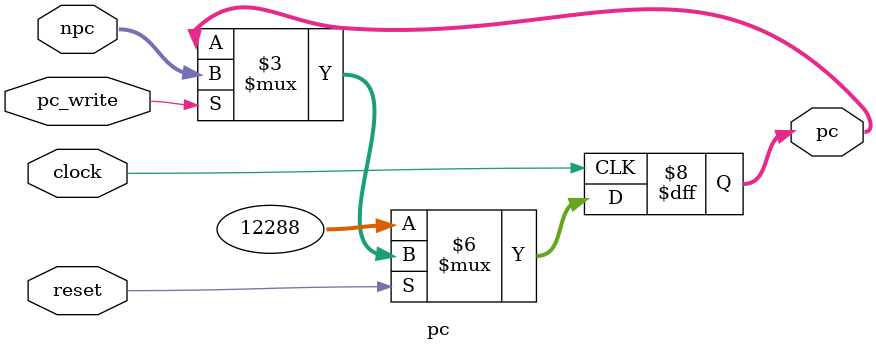
<source format=v>
module pc(pc,clock,reset,npc,pc_write);

	output reg[31:0] pc; 
	input clock;
	input reset;
	input [31:0] npc;
	input pc_write;

always @(posedge clock) 
begin
	if (!reset) 
		pc <= 32'h0000_3000;
	else  
		if(pc_write)
			pc <= npc;

end
endmodule



</source>
